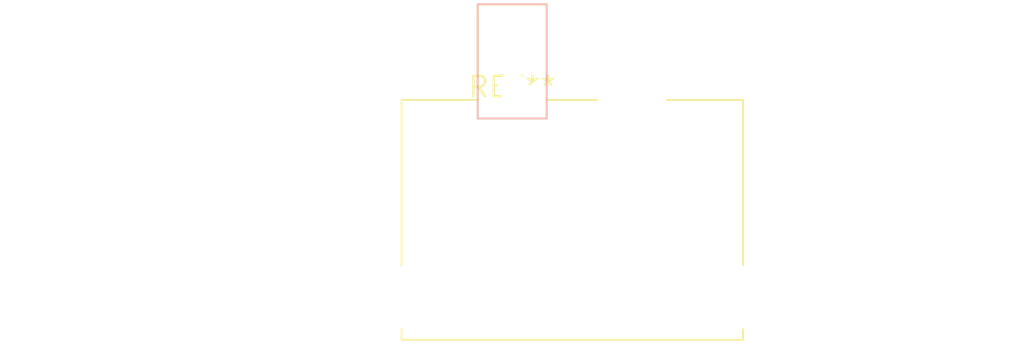
<source format=kicad_pcb>
(kicad_pcb (version 20240108) (generator pcbnew)
  (layers (0 "F.Cu" signal) (31 "B.Cu" signal) (34 "B.Paste" user) (35 "F.Paste" user) (36 "B.SilkS" user "B.Silkscreen") (37 "F.SilkS" user "F.Silkscreen") (38 "B.Mask" user) (39 "F.Mask" user) (44 "Edge.Cuts" user))
  (net 0 "")
  (footprint "Molex_Sabre_43160-1102_1x02_P7.49mm_Horizontal_ThermalVias" (layer "F.Cu") (at 0 0)
    (property "Reference" "REF**")
    (property "Value" "Molex_Sabre_43160-1102_1x02_P7.49mm_Horizontal_ThermalVias")
    (fp_line (start -2.15 -5.155) (end -2.15 1.975) (layer "B.SilkS") (stroke (width 0.12)))
    (fp_line (start -2.15 1.975) (end 2.15 1.975) (layer "B.SilkS") (stroke (width 0.12)))
    (fp_line (start 2.15 -5.155) (end -2.15 -5.155) (layer "B.SilkS") (stroke (width 0.12)))
    (fp_line (start 2.15 1.975) (end 2.15 -5.155) (layer "B.SilkS") (stroke (width 0.12)))
    (fp_line (start -6.9 0.815) (end -6.9 11.13) (layer "F.SilkS") (stroke (width 0.12)))
    (fp_line (start -6.9 15.13) (end -6.9 15.795) (layer "F.SilkS") (stroke (width 0.12)))
    (fp_line (start -6.9 15.795) (end 3.745 15.795) (layer "F.SilkS") (stroke (width 0.12)))
    (fp_line (start -2.15 0.815) (end -6.9 0.815) (layer "F.SilkS") (stroke (width 0.12)))
    (fp_line (start -2.15 0.815) (end -2.15 -4.895) (layer "F.SilkS") (stroke (width 0.12)))
    (fp_line (start 2.15 0.815) (end 5.34 0.815) (layer "F.SilkS") (stroke (width 0.12)))
    (fp_line (start 9.64 0.815) (end 14.39 0.815) (layer "F.SilkS") (stroke (width 0.12)))
    (fp_line (start 14.39 0.815) (end 14.39 11.13) (layer "F.SilkS") (stroke (width 0.12)))
    (fp_line (start 14.39 15.13) (end 14.39 15.795) (layer "F.SilkS") (stroke (width 0.12)))
    (fp_line (start 14.39 15.795) (end 3.745 15.795) (layer "F.SilkS") (stroke (width 0.12)))
    (pad "" thru_hole circle (at -4.75 13.13) (size 4 4) (drill 3) (layers *.Cu *.Mask) (remove_unused_layers))
    (pad "" thru_hole circle (at 12.24 13.13) (size 4 4) (drill 3) (layers *.Cu *.Mask) (remove_unused_layers))
    (pad "1" thru_hole rect (at -1.44 -4.445) (size 0.6 0.6) (drill 0.3) (layers *.Cu *.Mask) (remove_unused_layers))
    (pad "1" thru_hole rect (at -1.44 -3.0175) (size 0.6 0.6) (drill 0.3) (layers *.Cu *.Mask) (remove_unused_layers))
    (pad "1" thru_hole rect (at -1.44 -1.59) (size 0.6 0.6) (drill 0.3) (layers *.Cu *.Mask) (remove_unused_layers))
    (pad "1" thru_hole rect (at -1.44 -0.1625) (size 0.6 0.6) (drill 0.3) (layers *.Cu *.Mask) (remove_unused_layers))
    (pad "1" thru_hole rect (at -1.44 1.265) (size 0.6 0.6) (drill 0.3) (layers *.Cu *.Mask) (remove_unused_layers))
    (pad "1" thru_hole rect (at 0 -4.445) (size 0.6 0.6) (drill 0.3) (layers *.Cu *.Mask) (remove_unused_layers))
    (pad "1" thru_hole rect (at 0 -3.18) (size 3.78 3.43) (drill 1.78) (layers *.Cu *.Mask) (remove_unused_layers))
    (pad "1" thru_hole rect (at 0 -1.59) (size 0.6 0.6) (drill 0.3) (layers *.Cu *.Mask) (remove_unused_layers))
    (pad "1" thru_hole rect (at 0 0) (size 3.78 3.43) (drill 1.78) (layers *.Cu *.Mask) (remove_unused_layers))
    (pad "1" thru_hole rect (at 0 1.265) (size 0.6 0.6) (drill 0.3) (layers *.Cu *.Mask) (remove_unused_layers))
    (pad "1" thru_hole rect (at 1.44 -4.445) (size 0.6 0.6) (drill 0.3) (layers *.Cu *.Mask) (remove_unused_layers))
    (pad "1" thru_hole rect (at 1.44 -3.0175) (size 0.6 0.6) (drill 0.3) (layers *.Cu *.Mask) (remove_unused_layers))
    (pad "1" thru_hole rect (at 1.44 -1.59) (size 0.6 0.6) (drill 0.3) (layers *.Cu *.Mask) (remove_unused_layers))
    (pad "1" thru_hole rect (at 1.44 -0.1625) (size 0.6 0.6) (drill 0.3) (layers *.Cu *.Mask) (remove_unused_layers))
    (pad "1" thru_hole rect (at 1.44 1.265) (size 0.6 0.6) (drill 0.3) (layers *.Cu *.Mask) (remove_unused_layers))
    (pad "2" thru_hole circle (at 6.05 -4.445) (size 0.6 0.6) (drill 0.3) (layers *.Cu *.Mask) (remove_unused_layers))
    (pad "2" thru_hole circle (at 6.05 -3.0175) (size 0.6 0.6) (drill 0.3) (layers *.Cu *.Mask) (remove_unused_layers))
    (pad "2" thru_hole circle (at 6.05 -1.59) (size 0.6 0.6) (drill 0.3) (layers *.Cu *.Mask) (remove_unused_layers))
    (pad "2" thru_hole circle (at 6.05 -0.1625) (size 0.6 0.6) (drill 0.3) (layers *.Cu *.Mask) (remove_unused_layers))
    (pad "2" thru_hole circle (at 6.05 1.265) (size 0.6 0.6) (drill 0.3) (layers *.Cu *.Mask) (remove_unused_layers))
    (pad "2" thru_hole circle (at 7.49 -4.445) (size 0.6 0.6) (drill 0.3) (layers *.Cu *.Mask) (remove_unused_layers))
    (pad "2" thru_hole rect (at 7.49 -3.18) (size 3.78 3.43) (drill 1.78) (layers *.Cu *.Mask) (remove_unused_layers))
    (pad "2" thru_hole circle (at 7.49 -1.59) (size 0.6 0.6) (drill 0.3) (layers *.Cu *.Mask) (remove_unused_layers))
    (pad "2" thru_hole rect (at 7.49 0) (size 3.78 3.43) (drill 1.78) (layers *.Cu *.Mask) (remove_unused_layers))
    (pad "2" thru_hole circle (at 7.49 1.265) (size 0.6 0.6) (drill 0.3) (layers *.Cu *.Mask) (remove_unused_layers))
    (pad "2" thru_hole circle (at 8.93 -4.445) (size 0.6 0.6) (drill 0.3) (layers *.Cu *.Mask) (remove_unused_layers))
    (pad "2" thru_hole circle (at 8.93 -3.0175) (size 0.6 0.6) (drill 0.3) (layers *.Cu *.Mask) (remove_unused_layers))
    (pad "2" thru_hole circle (at 8.93 -1.59) (size 0.6 0.6) (drill 0.3) (layers *.Cu *.Mask) (remove_unused_layers))
    (pad "2" thru_hole circle (at 8.93 -0.1625) (size 0.6 0.6) (drill 0.3) (layers *.Cu *.Mask) (remove_unused_layers))
    (pad "2" thru_hole circle (at 8.93 1.265) (size 0.6 0.6) (drill 0.3) (layers *.Cu *.Mask) (remove_unused_layers))
  )
)
</source>
